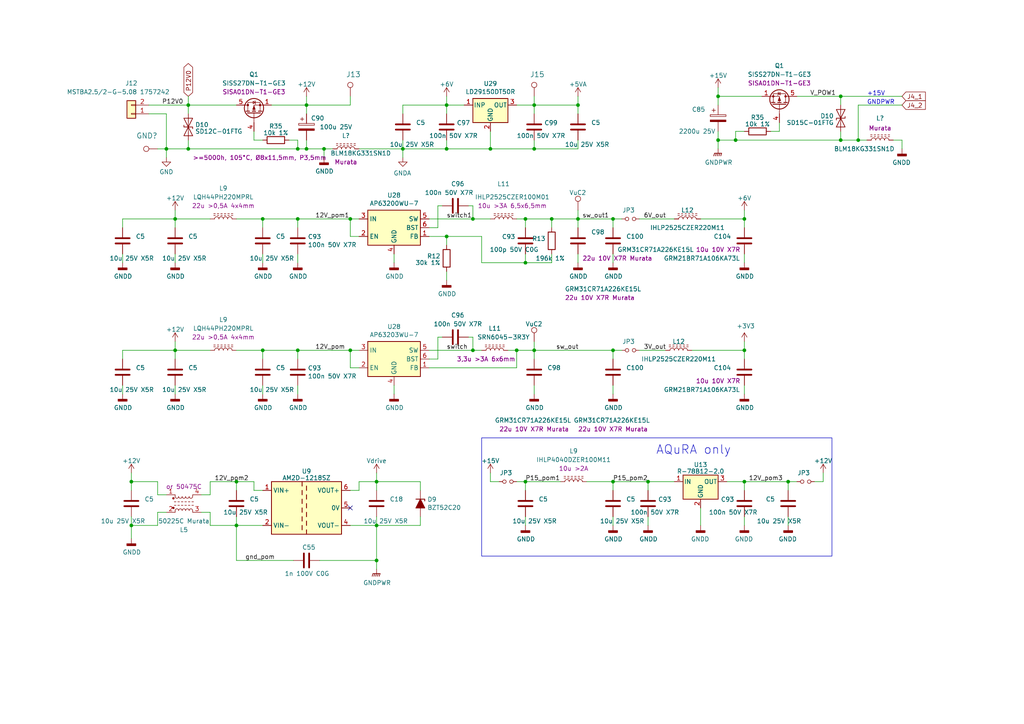
<source format=kicad_sch>
(kicad_sch (version 20230121) (generator eeschema)
  (paper "A4")
  (title_block (title "Compensation coils driver 3x3A for Kasli system") (date "2023-11-17") (rev "3_Artiq") (company "Nicolaus Copernicus University in Toruń") (comment 1 "KL FAMO") (comment 3 "designed by Adam Ledziński"))
  (lib_symbols
    (symbol "Connector:TestPoint" (pin_numbers hide) (pin_names (offset 0.762) hide)
      (property "Reference" "TP" (at 0 6.858 0))
      (property "Value" "TestPoint" (at 0 5.08 0))
      (symbol "TestPoint_1_1"
        (pin passive line (at 0 0 90) (length 2.54) (name "1") (number "1"))
      )
    )
    (symbol "Connector_Generic:Conn_01x02" (pin_names (offset 1.016) hide)
      (property "Reference" "J" (at 0 2.54 0))
      (property "Value" "Conn_01x02" (at 0 -5.08 0))
      (symbol "Conn_01x02_1_1"
        (pin passive line (at -5.08 0 0) (length 3.81) (name "Pin_1") (number "1"))
        (pin passive line (at -5.08 -2.54 0) (length 3.81) (name "Pin_2") (number "2"))
      )
    )
    (symbol "Device:C" (pin_numbers hide) (pin_names (offset 0.254))
      (property "Reference" "C" (at 0.635 2.54 0))
      (property "Value" "C" (at 0.635 -2.54 0))
      (symbol "C_1_1"
        (pin passive line (at 0 3.81 270) (length 2.794) (name "~") (number "1"))
        (pin passive line (at 0 -3.81 90) (length 2.794) (name "~") (number "2"))
      )
    )
    (symbol "Device:R" (pin_numbers hide) (pin_names (offset 0))
      (property "Reference" "R" (at 2.032 0 90))
      (property "Value" "R" (at 0 0 90))
      (symbol "R_1_1"
        (pin passive line (at 0 3.81 270) (length 1.27) (name "~") (number "1"))
        (pin passive line (at 0 -3.81 90) (length 1.27) (name "~") (number "2"))
      )
    )
    (symbol "Diode:SD12_SOD323" (pin_numbers hide) (pin_names (offset 1.016) hide)
      (property "Reference" "D" (at 0 2.54 0))
      (property "Value" "SD12_SOD323" (at 0 -2.54 0))
      (symbol "SD12_SOD323_1_1"
        (pin passive line (at -3.81 0 0) (length 2.54) (name "A1") (number "1"))
        (pin passive line (at 3.81 0 180) (length 2.54) (name "A2") (number "2"))
      )
    )
    (symbol "Regulator_Switching:AP63200WU"
      (property "Reference" "U" (at -7.62 6.35 0))
      (property "Value" "AP63200WU" (at 2.54 6.35 0))
      (symbol "AP63200WU_1_1"
        (pin input line (at 10.16 -2.54 180) (length 2.54) (name "FB") (number "1"))
        (pin input line (at -10.16 -2.54 0) (length 2.54) (name "EN") (number "2"))
        (pin power_in line (at -10.16 2.54 0) (length 2.54) (name "IN") (number "3"))
        (pin power_in line (at 0 -7.62 90) (length 2.54) (name "GND") (number "4"))
        (pin output line (at 10.16 2.54 180) (length 2.54) (name "SW") (number "5"))
        (pin passive line (at 10.16 0 180) (length 2.54) (name "BST") (number "6"))
      )
    )
    (symbol "Regulator_Switching:AP63205WU"
      (property "Reference" "U" (at -7.62 6.35 0))
      (property "Value" "AP63205WU" (at 2.54 6.35 0))
      (symbol "AP63205WU_1_1"
        (pin input line (at 10.16 -2.54 180) (length 2.54) (name "FB") (number "1"))
        (pin input line (at -10.16 -2.54 0) (length 2.54) (name "EN") (number "2"))
        (pin power_in line (at -10.16 2.54 0) (length 2.54) (name "IN") (number "3"))
        (pin power_in line (at 0 -7.62 90) (length 2.54) (name "GND") (number "4"))
        (pin output line (at 10.16 2.54 180) (length 2.54) (name "SW") (number "5"))
        (pin passive line (at 10.16 0 180) (length 2.54) (name "BST") (number "6"))
      )
    )
    (symbol "Regulator_Switching:NMA0505SC"
      (property "Reference" "U" (at -10.16 8.89 0))
      (property "Value" "NMA0505SC" (at 0 8.89 0))
      (symbol "NMA0505SC_1_1"
        (pin power_in line (at -12.7 5.08 0) (length 2.54) (name "VIN+") (number "1"))
        (pin power_in line (at -12.7 -5.08 0) (length 2.54) (name "VIN-") (number "2"))
        (pin power_out line (at 12.7 -5.08 180) (length 2.54) (name "VOUT-") (number "4"))
        (pin power_out line (at 12.7 0 180) (length 2.54) (name "0V") (number "5"))
        (pin power_out line (at 12.7 5.08 180) (length 2.54) (name "VOUT+") (number "6"))
      )
    )
    (symbol "Regulator_Switching:R-78B12-2.0" (pin_names (offset 0.254))
      (property "Reference" "U" (at -3.81 3.175 0))
      (property "Value" "R-78B12-2.0" (at 0 3.175 0))
      (symbol "R-78B12-2.0_1_1"
        (pin power_in line (at -7.62 0 0) (length 2.54) (name "IN") (number "1"))
        (pin power_in line (at 0 -7.62 90) (length 2.54) (name "GND") (number "2"))
        (pin power_out line (at 7.62 0 180) (length 2.54) (name "OUT") (number "3"))
      )
    )
    (symbol "Transistor_FET:DMP3013SFV" (pin_names hide)
      (property "Reference" "Q" (at 5.08 1.905 0))
      (property "Value" "DMP3013SFV" (at 5.08 0 0))
      (symbol "DMP3013SFV_1_1"
        (pin passive line (at 2.54 -5.08 90) (length 2.54) (name "S") (number "1"))
        (pin passive line (at 2.54 -5.08 90) (length 2.54) hide (name "S") (number "2"))
        (pin passive line (at 2.54 -5.08 90) (length 2.54) hide (name "S") (number "3"))
        (pin passive line (at -5.08 0 0) (length 2.54) (name "G") (number "4"))
        (pin passive line (at 2.54 5.08 270) (length 2.54) (name "D") (number "5"))
      )
    )
    (symbol "c100AvA-rescue:CP-Device" (pin_numbers hide) (pin_names (offset 0.254))
      (property "Reference" "C" (at 0.635 2.54 0))
      (property "Value" "Device_CP" (at 0.635 -2.54 0))
      (symbol "CP-Device_1_1"
        (pin passive line (at 0 3.81 270) (length 2.794) (name "~") (number "1"))
        (pin passive line (at 0 -3.81 90) (length 2.794) (name "~") (number "2"))
      )
    )
    (symbol "c100AvA-rescue:L_Core_Ferrite-Device" (pin_numbers hide) (pin_names (offset 1.016) hide)
      (property "Reference" "L" (at -1.27 0 90))
      (property "Value" "Device_L_Core_Ferrite" (at 2.794 0 90))
      (symbol "L_Core_Ferrite-Device_1_1"
        (pin passive line (at 0 3.81 270) (length 1.27) (name "1") (number "1"))
        (pin passive line (at 0 -3.81 90) (length 1.27) (name "2") (number "2"))
      )
    )
    (symbol "c100AvA-rescue:L_Core_Ferrite_Coupled_1423-Device" (pin_names (offset 0.254) hide)
      (property "Reference" "L" (at 0 4.445 0))
      (property "Value" "Device_L_Core_Ferrite_Coupled_1423" (at 0 -4.445 0))
      (symbol "L_Core_Ferrite_Coupled_1423-Device_1_1"
        (pin passive line (at -5.08 2.54 0) (length 2.54) (name "1") (number "1"))
        (pin passive line (at -5.08 -2.54 0) (length 2.54) (name "2") (number "2"))
        (pin passive line (at 5.08 -2.54 180) (length 2.54) (name "3") (number "3"))
        (pin passive line (at 5.08 2.54 180) (length 2.54) (name "4") (number "4"))
      )
    )
    (symbol "c3Av2_A-rescue:CP-Device" (pin_numbers hide) (pin_names (offset 0.254))
      (property "Reference" "C" (at 0.635 2.54 0))
      (property "Value" "Device_CP" (at 0.635 -2.54 0))
      (symbol "CP-Device_1_1"
        (pin passive line (at 0 3.81 270) (length 2.794) (name "~") (number "1"))
        (pin passive line (at 0 -3.81 90) (length 2.794) (name "~") (number "2"))
      )
    )
    (symbol "c3Av2_A-rescue:D_Zener_ALT-Device" (pin_numbers hide) (pin_names (offset 1.016) hide)
      (property "Reference" "D" (at 0 2.54 0))
      (property "Value" "Device_D_Zener_ALT" (at 0 -2.54 0))
      (symbol "D_Zener_ALT-Device_1_1"
        (pin passive line (at -3.81 0 0) (length 2.54) (name "K") (number "1"))
        (pin passive line (at 3.81 0 180) (length 2.54) (name "A") (number "2"))
      )
    )
    (symbol "current100A-rescue:L7805-Regulator_Linear" (pin_names (offset 0.254))
      (property "Reference" "U" (at -3.81 3.175 0))
      (property "Value" "L7805-Regulator_Linear" (at 0 3.175 0))
      (symbol "L7805-Regulator_Linear_1_1"
        (pin power_in line (at -7.62 0 0) (length 2.54) (name "INP") (number "1"))
        (pin power_in line (at 0 -7.62 90) (length 2.54) (name "GND") (number "2"))
        (pin power_out line (at 7.62 0 180) (length 2.54) (name "OUT") (number "3"))
      )
    )
    (symbol "power:+12V" (power) (pin_names (offset 0))
      (property "Value" "+12V" (at 0 3.556 0))
      (symbol "+12V_1_1"
        (pin power_in line (at 0 0 90) (length 0) hide (name "+12V") (number "1"))
      )
    )
    (symbol "power:+15V" (power) (pin_names (offset 0))
      (property "Value" "+15V" (at 0 3.556 0))
      (symbol "+15V_1_1"
        (pin power_in line (at 0 0 90) (length 0) hide (name "+15V") (number "1"))
      )
    )
    (symbol "power:+3V3" (power) (pin_names (offset 0))
      (property "Value" "+3V3" (at 0 3.556 0))
      (symbol "+3V3_1_1"
        (pin power_in line (at 0 0 90) (length 0) hide (name "+3V3") (number "1"))
      )
    )
    (symbol "power:+5VA" (power) (pin_names (offset 0))
      (property "Value" "+5VA" (at 0 3.556 0))
      (symbol "+5VA_1_1"
        (pin power_in line (at 0 0 90) (length 0) hide (name "+5VA") (number "1"))
      )
    )
    (symbol "power:+6V" (power) (pin_names (offset 0))
      (property "Value" "+6V" (at 0 3.556 0))
      (symbol "+6V_1_1"
        (pin power_in line (at 0 0 90) (length 0) hide (name "+6V") (number "1"))
      )
    )
    (symbol "power:GND" (power) (pin_names (offset 0))
      (property "Value" "GND" (at 0 -3.81 0))
      (symbol "GND_1_1"
        (pin power_in line (at 0 0 270) (length 0) hide (name "GND") (number "1"))
      )
    )
    (symbol "power:GNDA" (power) (pin_names (offset 0))
      (property "Value" "GNDA" (at 0 -3.81 0))
      (symbol "GNDA_1_1"
        (pin power_in line (at 0 0 270) (length 0) hide (name "GNDA") (number "1"))
      )
    )
    (symbol "power:GNDD" (power) (pin_names (offset 0))
      (property "Value" "GNDD" (at 0 -3.175 0))
      (symbol "GNDD_1_1"
        (pin power_in line (at 0 0 270) (length 0) hide (name "GNDD") (number "1"))
      )
    )
    (symbol "power:GNDPWR" (power) (pin_names (offset 0))
      (property "Value" "GNDPWR" (at 0 -3.302 0))
      (symbol "GNDPWR_1_1"
        (pin power_in line (at 0 0 270) (length 0) hide (name "GNDPWR") (number "1"))
      )
    )
    (symbol "power:Vdrive" (power) (pin_names (offset 0))
      (property "Value" "Vdrive" (at 0 3.81 0))
      (symbol "Vdrive_1_1"
        (pin power_in line (at 0 0 90) (length 0) hide (name "Vdrive") (number "1"))
      )
    )
    (symbol "powersc7-rescue:Jumper_NO_Small-Device" (pin_numbers hide) (pin_names (offset 0.762) hide)
      (property "Reference" "JP" (at 0 2.032 0))
      (property "Value" "Device_Jumper_NO_Small" (at 0.254 -1.524 0))
      (symbol "Jumper_NO_Small-Device_0_1"
        (pin passive line (at -2.54 0 0) (length 1.016) (name "1") (number "1"))
        (pin passive line (at 2.54 0 180) (length 1.016) (name "2") (number "2"))
      )
    )
    (symbol "powersc7-rescue:L_Core_Ferrite-Device" (pin_numbers hide) (pin_names (offset 1.016) hide)
      (property "Reference" "L" (at -1.27 0 90))
      (property "Value" "Device_L_Core_Ferrite" (at 2.794 0 90))
      (symbol "L_Core_Ferrite-Device_1_1"
        (pin passive line (at 0 3.81 270) (length 1.27) (name "1") (number "1"))
        (pin passive line (at 0 -3.81 90) (length 1.27) (name "2") (number "2"))
      )
    )
  )
  (junction (at 152.4 63.5))
  (junction (at 76.2 101.6))
  (junction (at 129.54 68.58))
  (junction (at 54.61 30.48))
  (junction (at 116.84 43.18))
  (junction (at 208.28 27.94))
  (junction (at 177.8 101.6))
  (junction (at 109.22 162.56))
  (junction (at 208.28 40.64))
  (junction (at 68.58 152.4))
  (junction (at 149.86 101.6))
  (junction (at 88.9 43.18))
  (junction (at 129.54 43.18))
  (junction (at 86.36 101.6))
  (junction (at 160.02 63.5))
  (junction (at 38.1 152.4))
  (junction (at 50.8 101.6))
  (junction (at 101.6 101.6))
  (junction (at 248.92 40.64))
  (junction (at 137.16 63.5))
  (junction (at 109.22 152.4))
  (junction (at 38.1 139.7))
  (junction (at 76.2 63.5))
  (junction (at 93.98 43.18))
  (junction (at 177.8 139.7))
  (junction (at 154.94 43.18))
  (junction (at 167.64 63.5))
  (junction (at 177.8 63.5))
  (junction (at 154.94 101.6))
  (junction (at 215.9 139.7))
  (junction (at 109.22 139.7))
  (junction (at 137.16 101.6))
  (junction (at 86.36 43.18))
  (junction (at 187.96 139.7))
  (junction (at 243.84 40.64))
  (junction (at 167.64 30.48))
  (junction (at 68.58 139.7))
  (junction (at 101.6 63.5))
  (junction (at 86.36 63.5))
  (junction (at 48.26 43.18))
  (junction (at 215.9 63.5))
  (junction (at 50.8 63.5))
  (junction (at 213.36 40.64))
  (junction (at 88.9 30.48))
  (junction (at 154.94 30.48))
  (junction (at 215.9 101.6))
  (junction (at 243.84 27.94))
  (junction (at 54.61 43.18))
  (junction (at 152.4 76.2))
  (junction (at 129.54 30.48))
  (junction (at 152.4 139.7))
  (junction (at 228.6 139.7))
  (junction (at 142.24 43.18))
  (no_connect (at 101.6 147.32))
  (wire (pts (xy 68.58 162.56) (xy 85.09 162.56)))
  (wire (pts (xy 129.54 30.48) (xy 129.54 33.02)))
  (wire (pts (xy 139.7 76.2) (xy 152.4 76.2)))
  (wire (pts (xy 261.62 40.64) (xy 261.62 43.18)))
  (wire (pts (xy 180.34 101.6) (xy 177.8 101.6)))
  (wire (pts (xy 167.64 43.18) (xy 154.94 43.18)))
  (wire (pts (xy 86.36 66.04) (xy 86.36 63.5)))
  (wire (pts (xy 38.1 152.4) (xy 38.1 156.21)))
  (wire (pts (xy 160.02 63.5) (xy 160.02 66.04)))
  (wire (pts (xy 54.61 30.48) (xy 54.61 33.02)))
  (wire (pts (xy 60.96 148.59) (xy 58.42 148.59)))
  (wire (pts (xy 101.6 63.5) (xy 104.14 63.5)))
  (wire (pts (xy 139.7 101.6) (xy 137.16 101.6)))
  (wire (pts (xy 149.86 106.68) (xy 149.86 101.6)))
  (wire (pts (xy 76.2 66.04) (xy 76.2 63.5)))
  (wire (pts (xy 73.66 139.7) (xy 68.58 139.7)))
  (wire (pts (xy 60.96 143.51) (xy 60.96 139.7)))
  (wire (pts (xy 54.61 43.18) (xy 48.26 43.18)))
  (wire (pts (xy 167.64 73.66) (xy 167.64 76.2)))
  (wire (pts (xy 121.92 152.4) (xy 109.22 152.4)))
  (wire (pts (xy 167.64 33.02) (xy 167.64 30.48)))
  (wire (pts (xy 109.22 139.7) (xy 109.22 142.24)))
  (wire (pts (xy 149.86 139.7) (xy 152.4 139.7)))
  (wire (pts (xy 185.42 101.6) (xy 193.04 101.6)))
  (wire (pts (xy 128.27 97.79) (xy 127 97.79)))
  (wire (pts (xy 114.3 114.3) (xy 114.3 111.76)))
  (wire (pts (xy 187.96 152.4) (xy 187.96 149.86)))
  (wire (pts (xy 154.94 101.6) (xy 154.94 104.14)))
  (wire (pts (xy 248.92 30.48) (xy 261.62 30.48)))
  (wire (pts (xy 35.56 114.3) (xy 35.56 111.76)))
  (wire (pts (xy 215.9 60.96) (xy 215.9 63.5)))
  (wire (pts (xy 121.92 142.24) (xy 121.92 139.7)))
  (wire (pts (xy 86.36 104.14) (xy 86.36 101.6)))
  (wire (pts (xy 104.14 139.7) (xy 109.22 139.7)))
  (wire (pts (xy 124.46 63.5) (xy 137.16 63.5)))
  (wire (pts (xy 54.61 43.18) (xy 86.36 43.18)))
  (wire (pts (xy 177.8 139.7) (xy 187.96 139.7)))
  (wire (pts (xy 208.28 30.48) (xy 208.28 27.94)))
  (wire (pts (xy 228.6 142.24) (xy 228.6 139.7)))
  (wire (pts (xy 210.82 139.7) (xy 215.9 139.7)))
  (wire (pts (xy 215.9 101.6) (xy 215.9 99.06)))
  (wire (pts (xy 54.61 43.18) (xy 54.61 40.64)))
  (wire (pts (xy 50.8 101.6) (xy 35.56 101.6)))
  (wire (pts (xy 101.6 101.6) (xy 104.14 101.6)))
  (wire (pts (xy 45.72 143.51) (xy 48.26 143.51)))
  (wire (pts (xy 152.4 152.4) (xy 152.4 149.86)))
  (wire (pts (xy 167.64 40.64) (xy 167.64 43.18)))
  (wire (pts (xy 180.34 63.5) (xy 177.8 63.5)))
  (wire (pts (xy 170.18 139.7) (xy 177.8 139.7)))
  (wire (pts (xy 88.9 27.94) (xy 88.9 30.48)))
  (wire (pts (xy 76.2 142.24) (xy 73.66 142.24)))
  (wire (pts (xy 154.94 30.48) (xy 154.94 33.02)))
  (wire (pts (xy 109.22 137.16) (xy 109.22 139.7)))
  (wire (pts (xy 200.66 101.6) (xy 215.9 101.6)))
  (wire (pts (xy 149.86 63.5) (xy 152.4 63.5)))
  (wire (pts (xy 116.84 45.72) (xy 116.84 43.18)))
  (wire (pts (xy 86.36 114.3) (xy 86.36 111.76)))
  (wire (pts (xy 101.6 106.68) (xy 101.6 101.6)))
  (wire (pts (xy 48.26 33.02) (xy 48.26 43.18)))
  (wire (pts (xy 243.84 27.94) (xy 261.62 27.94)))
  (wire (pts (xy 137.16 59.69) (xy 135.89 59.69)))
  (wire (pts (xy 129.54 78.74) (xy 129.54 81.28)))
  (wire (pts (xy 73.66 38.1) (xy 73.66 40.64)))
  (wire (pts (xy 50.8 101.6) (xy 60.96 101.6)))
  (wire (pts (xy 142.24 43.18) (xy 142.24 38.1)))
  (wire (pts (xy 45.72 148.59) (xy 45.72 152.4)))
  (wire (pts (xy 38.1 149.86) (xy 38.1 152.4)))
  (wire (pts (xy 86.36 40.64) (xy 86.36 43.18)))
  (wire (pts (xy 109.22 162.56) (xy 109.22 152.4)))
  (wire (pts (xy 228.6 139.7) (xy 231.14 139.7)))
  (wire (pts (xy 50.8 114.3) (xy 50.8 111.76)))
  (wire (pts (xy 50.8 60.96) (xy 50.8 63.5)))
  (wire (pts (xy 124.46 106.68) (xy 149.86 106.68)))
  (wire (pts (xy 215.9 114.3) (xy 215.9 111.76)))
  (wire (pts (xy 50.8 63.5) (xy 60.96 63.5)))
  (wire (pts (xy 215.9 149.86) (xy 215.9 152.4)))
  (wire (pts (xy 50.8 99.06) (xy 50.8 101.6)))
  (wire (pts (xy 129.54 68.58) (xy 139.7 68.58)))
  (wire (pts (xy 228.6 149.86) (xy 228.6 152.4)))
  (wire (pts (xy 160.02 63.5) (xy 167.64 63.5)))
  (wire (pts (xy 129.54 40.64) (xy 129.54 43.18)))
  (wire (pts (xy 177.8 142.24) (xy 177.8 139.7)))
  (wire (pts (xy 92.71 162.56) (xy 109.22 162.56)))
  (wire (pts (xy 177.8 114.3) (xy 177.8 111.76)))
  (wire (pts (xy 137.16 97.79) (xy 135.89 97.79)))
  (wire (pts (xy 208.28 40.64) (xy 208.28 43.18)))
  (wire (pts (xy 208.28 38.1) (xy 208.28 40.64)))
  (wire (pts (xy 154.94 99.06) (xy 154.94 101.6)))
  (wire (pts (xy 73.66 40.64) (xy 76.2 40.64)))
  (wire (pts (xy 104.14 142.24) (xy 101.6 142.24)))
  (wire (pts (xy 104.14 106.68) (xy 101.6 106.68)))
  (wire (pts (xy 76.2 104.14) (xy 76.2 101.6)))
  (wire (pts (xy 96.52 43.18) (xy 93.98 43.18)))
  (wire (pts (xy 86.36 76.2) (xy 86.36 73.66)))
  (wire (pts (xy 101.6 152.4) (xy 109.22 152.4)))
  (wire (pts (xy 45.72 139.7) (xy 45.72 143.51)))
  (wire (pts (xy 48.26 148.59) (xy 45.72 148.59)))
  (wire (pts (xy 127 97.79) (xy 127 104.14)))
  (wire (pts (xy 124.46 68.58) (xy 129.54 68.58)))
  (wire (pts (xy 109.22 162.56) (xy 109.22 165.1)))
  (wire (pts (xy 167.64 60.96) (xy 167.64 63.5)))
  (wire (pts (xy 259.08 40.64) (xy 261.62 40.64)))
  (wire (pts (xy 86.36 101.6) (xy 101.6 101.6)))
  (wire (pts (xy 139.7 68.58) (xy 139.7 76.2)))
  (wire (pts (xy 142.24 63.5) (xy 137.16 63.5)))
  (wire (pts (xy 68.58 152.4) (xy 68.58 149.86)))
  (wire (pts (xy 177.8 63.5) (xy 177.8 66.04)))
  (wire (pts (xy 215.9 76.2) (xy 215.9 73.66)))
  (wire (pts (xy 38.1 139.7) (xy 38.1 142.24)))
  (wire (pts (xy 68.58 152.4) (xy 76.2 152.4)))
  (wire (pts (xy 152.4 76.2) (xy 160.02 76.2)))
  (wire (pts (xy 48.26 45.72) (xy 48.26 43.18)))
  (wire (pts (xy 243.84 40.64) (xy 248.92 40.64)))
  (wire (pts (xy 45.72 43.18) (xy 48.26 43.18)))
  (wire (pts (xy 116.84 33.02) (xy 116.84 30.48)))
  (wire (pts (xy 128.27 59.69) (xy 127 59.69)))
  (wire (pts (xy 54.61 30.48) (xy 68.58 30.48)))
  (wire (pts (xy 109.22 152.4) (xy 109.22 149.86)))
  (wire (pts (xy 154.94 40.64) (xy 154.94 43.18)))
  (wire (pts (xy 177.8 101.6) (xy 177.8 104.14)))
  (wire (pts (xy 177.8 63.5) (xy 167.64 63.5)))
  (wire (pts (xy 137.16 97.79) (xy 137.16 101.6)))
  (wire (pts (xy 187.96 142.24) (xy 187.96 139.7)))
  (wire (pts (xy 185.42 63.5) (xy 195.58 63.5)))
  (wire (pts (xy 50.8 101.6) (xy 50.8 104.14)))
  (wire (pts (xy 76.2 76.2) (xy 76.2 73.66)))
  (wire (pts (xy 78.74 30.48) (xy 88.9 30.48)))
  (wire (pts (xy 238.76 137.16) (xy 238.76 139.7)))
  (wire (pts (xy 129.54 30.48) (xy 134.62 30.48)))
  (wire (pts (xy 45.72 152.4) (xy 38.1 152.4)))
  (wire (pts (xy 104.14 68.58) (xy 101.6 68.58)))
  (wire (pts (xy 58.42 143.51) (xy 60.96 143.51)))
  (wire (pts (xy 203.2 63.5) (xy 215.9 63.5)))
  (wire (pts (xy 215.9 142.24) (xy 215.9 139.7)))
  (wire (pts (xy 114.3 76.2) (xy 114.3 73.66)))
  (wire (pts (xy 86.36 63.5) (xy 101.6 63.5)))
  (wire (pts (xy 88.9 43.18) (xy 93.98 43.18)))
  (wire (pts (xy 48.26 33.02) (xy 43.18 33.02)))
  (wire (pts (xy 104.14 139.7) (xy 104.14 142.24)))
  (wire (pts (xy 154.94 43.18) (xy 142.24 43.18)))
  (wire (pts (xy 226.06 38.1) (xy 223.52 38.1)))
  (wire (pts (xy 60.96 152.4) (xy 60.96 148.59)))
  (wire (pts (xy 68.58 152.4) (xy 68.58 162.56)))
  (wire (pts (xy 248.92 40.64) (xy 251.46 40.64)))
  (wire (pts (xy 167.64 63.5) (xy 167.64 66.04)))
  (wire (pts (xy 177.8 76.2) (xy 177.8 73.66)))
  (wire (pts (xy 88.9 30.48) (xy 101.6 30.48)))
  (wire (pts (xy 215.9 139.7) (xy 228.6 139.7)))
  (wire (pts (xy 152.4 139.7) (xy 152.4 142.24)))
  (wire (pts (xy 76.2 101.6) (xy 86.36 101.6)))
  (wire (pts (xy 152.4 63.5) (xy 160.02 63.5)))
  (wire (pts (xy 73.66 142.24) (xy 73.66 139.7)))
  (wire (pts (xy 68.58 101.6) (xy 76.2 101.6)))
  (wire (pts (xy 149.86 30.48) (xy 154.94 30.48)))
  (wire (pts (xy 76.2 114.3) (xy 76.2 111.76)))
  (wire (pts (xy 116.84 30.48) (xy 129.54 30.48)))
  (wire (pts (xy 215.9 101.6) (xy 215.9 104.14)))
  (wire (pts (xy 167.64 30.48) (xy 154.94 30.48)))
  (wire (pts (xy 137.16 59.69) (xy 137.16 63.5)))
  (wire (pts (xy 215.9 63.5) (xy 215.9 66.04)))
  (wire (pts (xy 88.9 43.18) (xy 86.36 43.18)))
  (wire (pts (xy 213.36 40.64) (xy 243.84 40.64)))
  (wire (pts (xy 213.36 38.1) (xy 213.36 40.64)))
  (wire (pts (xy 50.8 76.2) (xy 50.8 73.66)))
  (wire (pts (xy 167.64 27.94) (xy 167.64 30.48)))
  (wire (pts (xy 154.94 27.94) (xy 154.94 30.48)))
  (wire (pts (xy 215.9 38.1) (xy 213.36 38.1)))
  (wire (pts (xy 38.1 139.7) (xy 45.72 139.7)))
  (wire (pts (xy 104.14 43.18) (xy 116.84 43.18)))
  (wire (pts (xy 154.94 111.76) (xy 154.94 114.3)))
  (wire (pts (xy 208.28 25.4) (xy 208.28 27.94)))
  (wire (pts (xy 177.8 152.4) (xy 177.8 149.86)))
  (wire (pts (xy 127 104.14) (xy 124.46 104.14)))
  (wire (pts (xy 208.28 40.64) (xy 213.36 40.64)))
  (wire (pts (xy 101.6 30.48) (xy 101.6 27.94)))
  (wire (pts (xy 243.84 40.64) (xy 243.84 38.1)))
  (wire (pts (xy 121.92 139.7) (xy 109.22 139.7)))
  (wire (pts (xy 127 59.69) (xy 127 66.04)))
  (wire (pts (xy 68.58 139.7) (xy 68.58 142.24)))
  (wire (pts (xy 152.4 73.66) (xy 152.4 76.2)))
  (wire (pts (xy 124.46 101.6) (xy 137.16 101.6)))
  (wire (pts (xy 243.84 27.94) (xy 243.84 30.48)))
  (wire (pts (xy 154.94 101.6) (xy 149.86 101.6)))
  (wire (pts (xy 160.02 73.66) (xy 160.02 76.2)))
  (wire (pts (xy 142.24 139.7) (xy 144.78 139.7)))
  (wire (pts (xy 60.96 139.7) (xy 68.58 139.7)))
  (wire (pts (xy 35.56 101.6) (xy 35.56 104.14)))
  (wire (pts (xy 38.1 137.16) (xy 38.1 139.7)))
  (wire (pts (xy 152.4 63.5) (xy 152.4 66.04)))
  (wire (pts (xy 88.9 33.02) (xy 88.9 30.48)))
  (wire (pts (xy 149.86 101.6) (xy 147.32 101.6)))
  (wire (pts (xy 54.61 27.94) (xy 54.61 30.48)))
  (wire (pts (xy 116.84 43.18) (xy 129.54 43.18)))
  (wire (pts (xy 35.56 76.2) (xy 35.56 73.66)))
  (wire (pts (xy 50.8 63.5) (xy 50.8 66.04)))
  (wire (pts (xy 129.54 68.58) (xy 129.54 71.12)))
  (wire (pts (xy 127 66.04) (xy 124.46 66.04)))
  (wire (pts (xy 129.54 27.94) (xy 129.54 30.48)))
  (wire (pts (xy 116.84 43.18) (xy 116.84 40.64)))
  (wire (pts (xy 142.24 137.16) (xy 142.24 139.7)))
  (wire (pts (xy 236.22 139.7) (xy 238.76 139.7)))
  (wire (pts (xy 50.8 63.5) (xy 35.56 63.5)))
  (wire (pts (xy 101.6 68.58) (xy 101.6 63.5)))
  (wire (pts (xy 43.18 30.48) (xy 54.61 30.48)))
  (wire (pts (xy 187.96 139.7) (xy 195.58 139.7)))
  (wire (pts (xy 83.82 40.64) (xy 86.36 40.64)))
  (wire (pts (xy 68.58 152.4) (xy 60.96 152.4)))
  (wire (pts (xy 248.92 30.48) (xy 248.92 40.64)))
  (wire (pts (xy 152.4 139.7) (xy 162.56 139.7)))
  (wire (pts (xy 243.84 27.94) (xy 231.14 27.94)))
  (wire (pts (xy 76.2 63.5) (xy 86.36 63.5)))
  (wire (pts (xy 203.2 147.32) (xy 203.2 152.4)))
  (wire (pts (xy 88.9 40.64) (xy 88.9 43.18)))
  (wire (pts (xy 129.54 43.18) (xy 142.24 43.18)))
  (wire (pts (xy 121.92 149.86) (xy 121.92 152.4)))
  (wire (pts (xy 35.56 63.5) (xy 35.56 66.04)))
  (wire (pts (xy 93.98 43.18) (xy 93.98 45.72)))
  (wire (pts (xy 208.28 27.94) (xy 220.98 27.94)))
  (wire (pts (xy 226.06 35.56) (xy 226.06 38.1)))
  (wire (pts (xy 177.8 101.6) (xy 154.94 101.6)))
  (wire (pts (xy 68.58 63.5) (xy 76.2 63.5)))
  (rectangle (start 139.7 127) (end 241.3 161.29))
  (text "+15V" (at 251.46 27.94 0) (effects (font (size 1.27 1.27)) (justify left bottom)))
  (text "GNDPWR" (at 251.46 30.48 0) (effects (font (size 1.27 1.27)) (justify left bottom)))
  (text "AQuRA only" (at 212.09 132.08 0) (effects (font (size 2.54 2.54)) (justify right bottom)))
  (label "12V_pom" (at 91.44 101.6 0))
  (label "12V_pom3" (at 217.17 139.7 0))
  (label "3V_out" (at 186.69 101.6 0))
  (label "P15_pom2" (at 177.8 139.7 0))
  (label "sw_out" (at 161.29 101.6 0))
  (label "12V_pom1" (at 91.44 63.5 0))
  (label "gnd_pom" (at 71.12 162.56 0))
  (label "sw_out1" (at 168.91 63.5 0))
  (label "V_POW1" (at 234.95 27.94 0))
  (label "switch" (at 129.54 101.6 0))
  (label "P12V0" (at 46.99 30.48 0))
  (label "switch1" (at 129.54 63.5 0))
  (label "6V_out" (at 186.69 63.5 0))
  (label "12V_pom2" (at 62.23 139.7 0))
  (label "P15_pom1" (at 152.4 139.7 0))
  (global_label "J4_2" (shape input) (at 261.62 30.48 0) (property "Intersheetrefs" "${INTERSHEET_REFS}" (effects hide)))
  (global_label "J4_1" (shape input) (at 261.62 27.94 0) (property "Intersheetrefs" "${INTERSHEET_REFS}" (effects hide)))
  (global_label "P12V0" (shape bidirectional) (at 54.61 27.94 90) (property "Intersheetrefs" "${INTERSHEET_REFS}" (effects hide)))
  (symbol (lib_id "Connector_Generic:Conn_01x02") (at 38.1 33.02 180) (unit 1)
    (property "Reference" "J12" (at 38.1 24.13 0))
    (property "Value" "MSTBA2.5/2-G-5.08 1757242" (at 34.29 26.67 0))
    (property "Footprint" "Connector_Phoenix_MSTB:PhoenixContact_MSTBA_2,5_2-G-5,08_1x02_P5.08mm_Horizontal" (effects hide))
    (instances (project "c100AvA" (path "" (reference "J12") (unit 1))) (project "current3x3A_Artiq" (path "" (reference "J3") (unit 1))))
  )
  (symbol (lib_id "power:GNDA") (at 116.84 45.72 0) (mirror y) (unit 1)
    (property "Reference" "#PWR?" (effects hide))
    (property "Value" "GNDA" (at 116.713 50.2158 0))
    (instances (project "c100AvA" (path "" (reference "#PWR?") (unit 1)) (path "" (reference "#PWR0143") (unit 1))) (project "current3x3A_Artiq" (path "" (reference "#PWR079") (unit 1))))
  )
  (symbol (lib_id "power:GNDD") (at 93.98 45.72 0) (unit 1)
    (property "Reference" "#PWR0141" (effects hide))
    (property "Value" "GNDD" (at 94.107 49.6824 0))
    (instances (project "c100AvA" (path "" (reference "#PWR0141") (unit 1))) (project "current3x3A_Artiq" (path "" (reference "#PWR074") (unit 1))))
  )
  (symbol (lib_id "c100AvA-rescue:L_Core_Ferrite-Device") (at 100.33 43.18 90) (unit 1)
    (property "Reference" "L?" (at 100.33 39.37 90))
    (property "Value" " BLM18KG331SN1D" (at 104.14 44.45 90))
    (property "Footprint" "Inductor_SMD:L_0603_1608Metric" (effects hide))
    (property "Comm" "Murata" (at 100.33 46.99 90))
    (instances (project "c100AvA" (path "" (reference "L?") (unit 1)) (path "" (reference "L?") (unit 1)) (path "" (reference "L10") (unit 1))) (project "current3x3A_Artiq" (path "" (reference "L6") (unit 1))))
  )
  (symbol (lib_id "Device:C") (at 129.54 36.83 180) (unit 1)
    (property "Reference" "C97" (at 132.461 35.6362 0) (effects (justify right)))
    (property "Value" "100n 50V X7R" (at 124.46 39.37 0) (effects (justify right)))
    (property "Footprint" "Capacitor_SMD:C_0603_1608Metric" (effects hide))
    (instances (project "c100AvA" (path "" (reference "C97") (unit 1)) (path "" (reference "C?") (unit 1))) (project "current3x3A_Artiq" (path "" (reference "C67") (unit 1))))
  )
  (symbol (lib_id "current100A-rescue:L7805-Regulator_Linear") (at 142.24 30.48 0) (unit 1)
    (property "Reference" "U29" (at 142.24 24.257 0))
    (property "Value" "LD29150DT50R" (at 142.24 26.6192 0))
    (property "Footprint" "Package_TO_SOT_SMD:TO-252-2" (effects hide))
    (property "Datasheet" "https://www.st.com/content/ccc/resource/technical/document/datasheet/cc/41/70/73/f5/e6/40/50/CD00003403.pdf/files/CD00003403.pdf/jcr:content/translations/en.CD00003403.pdf" (effects hide))
    (instances (project "c100AvA" (path "" (reference "U29") (unit 1)) (path "" (reference "U?") (unit 1))) (project "current3x3A_Artiq" (path "" (reference "U12") (unit 1))))
  )
  (symbol (lib_id "Device:C") (at 154.94 36.83 180) (unit 1)
    (property "Reference" "C99" (at 157.861 35.6362 0) (effects (justify right)))
    (property "Value" "100n 50V X7R" (at 149.86 39.37 0) (effects (justify right)))
    (property "Footprint" "Capacitor_SMD:C_0603_1608Metric" (effects hide))
    (instances (project "c100AvA" (path "" (reference "C99") (unit 1)) (path "" (reference "C?") (unit 1))) (project "current3x3A_Artiq" (path "" (reference "C72") (unit 1))))
  )
  (symbol (lib_id "Connector:TestPoint") (at 154.94 27.94 0) (unit 1)
    (property "Reference" "J15" (at 153.67 21.59 0) (effects (font (size 1.524 1.524)) (justify left)))
    (property "Value" "TestPoint" (effects hide))
    (property "Footprint" "TestPoint:TestPoint_THTPad_1.5x1.5mm_Drill0.7mm" (effects hide))
    (instances (project "c100AvA" (path "" (reference "J15") (unit 1)) (path "" (reference "J?") (unit 1))) (project "current3x3A_Artiq" (path "" (reference "P5V1") (unit 1))))
  )
  (symbol (lib_id "Connector:TestPoint") (at 101.6 27.94 0) (unit 1)
    (property "Reference" "J13" (at 100.33 21.59 0) (effects (font (size 1.524 1.524)) (justify left)))
    (property "Value" "TestPoint" (effects hide))
    (property "Footprint" "TestPoint:TestPoint_THTPad_1.5x1.5mm_Drill0.7mm" (effects hide))
    (instances (project "c100AvA" (path "" (reference "J13") (unit 1)) (path "" (reference "J?") (unit 1))) (project "current3x3A_Artiq" (path "" (reference "P12V1") (unit 1))))
  )
  (symbol (lib_id "Connector:TestPoint") (at 45.72 43.18 90) (unit 1)
    (property "Reference" "GND?" (at 45.72 39.37 90) (effects (font (size 1.524 1.524)) (justify left)))
    (property "Value" "PAD" (effects hide))
    (property "Footprint" "TestPoint:TestPoint_Bridge_Pitch2.54mm_Drill1.0mm" (effects hide))
    (instances (project "c100AvA" (path "" (reference "GND?") (unit 1)) (path "" (reference "GND1") (unit 1))) (project "current3x3A_Artiq" (path "" (reference "GND1") (unit 1))))
  )
  (symbol (lib_id "power:GNDD") (at 35.56 114.3 0) (unit 1)
    (property "Reference" "#PWR0133" (effects hide))
    (property "Value" "GNDD" (at 35.687 118.2624 0))
    (instances (project "c100AvA" (path "" (reference "#PWR0133") (unit 1)) (path "" (reference "#PWR?") (unit 1))) (project "current3x3A_Artiq" (path "" (reference "#PWR061") (unit 1))))
  )
  (symbol (lib_id "power:GNDD") (at 50.8 114.3 0) (unit 1)
    (property "Reference" "#PWR0135" (effects hide))
    (property "Value" "GNDD" (at 50.927 118.2624 0))
    (instances (project "c100AvA" (path "" (reference "#PWR0135") (unit 1)) (path "" (reference "#PWR?") (unit 1))) (project "current3x3A_Artiq" (path "" (reference "#PWR068") (unit 1))))
  )
  (symbol (lib_id "c100AvA-rescue:CP-Device") (at 88.9 36.83 0) (unit 1)
    (property "Reference" "C90" (at 90.17 34.29 0) (effects (justify left)))
    (property "Value" "100u 25V" (at 92.71 36.83 0) (effects (justify left)))
    (property "Footprint" "Capacitor_THT:CP_Radial_D8.0mm_P3.50mm" (effects hide))
    (property "Comm" ">=5000h, 105°C, Ø8x11,5mm, P3,5mm" (at 55.88 45.72 0) (effects (justify left)))
    (instances (project "c100AvA" (path "" (reference "C90") (unit 1))) (project "current3x3A_Artiq" (path "" (reference "C63") (unit 1))))
  )
  (symbol (lib_id "Device:C") (at 50.8 69.85 0) (mirror y) (unit 1)
    (property "Reference" "C5" (at 54.61 68.58 0) (effects (justify right)))
    (property "Value" "10u 25V X5R" (at 46.99 74.93 0) (effects (justify right)))
    (property "Footprint" "Capacitor_SMD:C_0603_1608Metric" (effects hide))
    (property "Comm" "GRM188R61E106KA73D" (effects hide))
    (instances (project "current3x3A_Artiq" (path "" (reference "C5") (unit 1)) (path "" (reference "C56") (unit 1))) (project "c3Av2_A" (path "" (reference "C17") (unit 1)) (path "" (reference "C?") (unit 1))))
  )
  (symbol (lib_id "power:+12V") (at 38.1 137.16 0) (unit 1)
    (property "Reference" "#PWR062" (effects hide))
    (property "Value" "+12V" (at 38.1 133.6581 0))
  )
  (symbol (lib_id "power:+12V") (at 50.8 60.96 0) (unit 1)
    (property "Reference" "#PWR065" (effects hide))
    (property "Value" "+12V" (at 50.8 57.4581 0))
  )
  (symbol (lib_id "c3Av2_A-rescue:CP-Device") (at 208.28 34.29 0) (unit 1)
    (property "Reference" "C85" (at 200.66 31.75 0) (effects (justify left)))
    (property "Value" "2200u 25V" (at 196.85 38.1 0) (effects (justify left)))
    (property "Footprint" "Capacitor_THT:CP_Radial_D12.5mm_P5.00mm" (effects hide))
    (property "Comm" "5000h Ø12,5 P5,0mm 105°C " (effects hide))
    (instances (project "current3x3A_Artiq" (path "" (reference "C85") (unit 1)) (path "" (reference "C80") (unit 1))) (project "c3Av2_A" (path "" (reference "C4") (unit 1))))
  )
  (symbol (lib_id "power:GNDD") (at 114.3 76.2 0) (unit 1)
    (property "Reference" "#PWR0135" (effects hide))
    (property "Value" "GNDD" (at 114.427 80.1624 0))
    (instances (project "c100AvA" (path "" (reference "#PWR0135") (unit 1)) (path "" (reference "#PWR?") (unit 1))) (project "current3x3A_Artiq" (path "" (reference "#PWR077") (unit 1))))
  )
  (symbol (lib_id "c3Av2_A-rescue:D_Zener_ALT-Device") (at 121.92 146.05 270) (unit 1)
    (property "Reference" "D9" (at 123.952 144.8562 90) (effects (justify left)))
    (property "Value" "BZT52C20" (at 123.952 147.2184 90) (effects (justify left)))
    (property "Footprint" "Diode_SMD:D_SOD-123" (effects hide))
    (instances (project "current3x3A_Artiq" (path "" (reference "D9") (unit 1)) (path "" (reference "D3") (unit 1))) (project "c3Av2_A" (path "" (reference "D5") (unit 1))))
  )
  (symbol (lib_id "power:+15V") (at 142.24 137.16 0) (unit 1)
    (property "Reference" "#PWR082" (effects hide))
    (property "Value" "+15V" (at 142.24 133.6581 0))
  )
  (symbol (lib_id "Regulator_Switching:R-78B12-2.0") (at 203.2 139.7 0) (unit 1)
    (property "Reference" "U13" (at 203.2 134.7851 0))
    (property "Value" "R-78B12-2.0" (at 203.2 136.7061 0))
    (property "Footprint" "Converter_DCDC:Converter_DCDC_RECOM_R-78B-2.0_THT" (effects hide))
    (property "Datasheet" "https://www.recom-power.com/pdf/Innoline/R-78Bxx-2.0.pdf" (effects hide))
  )
  (symbol (lib_id "Connector:TestPoint") (at 154.94 99.06 0) (unit 1)
    (property "Reference" "VuC2" (at 152.4 93.98 0) (effects (justify left)))
    (property "Value" "TestPoint" (effects hide))
    (property "Footprint" "TestPoint:TestPoint_THTPad_1.5x1.5mm_Drill0.7mm" (effects hide))
    (instances (project "c100AvA" (path "" (reference "VuC2") (unit 1))) (project "powersc7" (path "" (reference "VuC1") (unit 1))) (project "current3x3A_Artiq" (path "" (reference "VuC1") (unit 1))))
  )
  (symbol (lib_id "power:GNDD") (at 129.54 81.28 0) (unit 1)
    (property "Reference" "#PWR0135" (effects hide))
    (property "Value" "GNDD" (at 129.667 85.2424 0))
    (instances (project "c100AvA" (path "" (reference "#PWR0135") (unit 1)) (path "" (reference "#PWR?") (unit 1))) (project "current3x3A_Artiq" (path "" (reference "#PWR081") (unit 1))))
  )
  (symbol (lib_id "Device:C") (at 152.4 146.05 0) (mirror y) (unit 1)
    (property "Reference" "C5" (at 156.21 144.78 0) (effects (justify right)))
    (property "Value" "10u 25V X5R" (at 148.59 151.13 0) (effects (justify right)))
    (property "Footprint" "Capacitor_SMD:C_0603_1608Metric" (effects hide))
    (property "Comm" "GRM188R61E106KA73D" (effects hide))
    (instances (project "current3x3A_Artiq" (path "" (reference "C5") (unit 1)) (path "" (reference "C71") (unit 1))) (project "c3Av2_A" (path "" (reference "C17") (unit 1)) (path "" (reference "C?") (unit 1))))
  )
  (symbol (lib_id "power:GNDD") (at 50.8 76.2 0) (unit 1)
    (property "Reference" "#PWR0135" (effects hide))
    (property "Value" "GNDD" (at 50.927 80.1624 0))
    (instances (project "c100AvA" (path "" (reference "#PWR0135") (unit 1)) (path "" (reference "#PWR?") (unit 1))) (project "current3x3A_Artiq" (path "" (reference "#PWR066") (unit 1))))
  )
  (symbol (lib_id "power:GNDPWR") (at 208.28 43.18 0) (unit 1)
    (property "Reference" "#PWR032" (effects hide))
    (property "Value" "GNDPWR" (at 208.4324 47.117 0))
    (instances (project "current3x3A_Artiq" (path "" (reference "#PWR032") (unit 1)) (path "" (reference "#PWR093") (unit 1))) (project "c3Av2_A" (path "" (reference "#PWR?") (unit 1)) (path "" (reference "#PWR037") (unit 1))))
  )
  (symbol (lib_id "Regulator_Switching:AP63205WU") (at 114.3 104.14 0) (unit 1)
    (property "Reference" "U28" (at 114.3 94.742 0))
    (property "Value" "AP63203WU-7" (at 114.3 97.1042 0))
    (property "Footprint" "Package_TO_SOT_SMD:TSOT-23-6" (effects hide))
    (property "Datasheet" "https://www.diodes.com/assets/Datasheets/AP63200-AP63201-AP63203-AP63205.pdf" (effects hide))
    (instances (project "c100AvA" (path "" (reference "U28") (unit 1))) (project "powersc7" (path "" (reference "U18") (unit 1))) (project "current3x3A_Artiq" (path "" (reference "U11") (unit 1))))
  )
  (symbol (lib_id "Regulator_Switching:AP63200WU") (at 114.3 66.04 0) (unit 1)
    (property "Reference" "U28" (at 114.3 56.642 0))
    (property "Value" "AP63200WU-7" (at 114.3 59.0042 0))
    (property "Footprint" "Package_TO_SOT_SMD:TSOT-23-6" (effects hide))
    (property "Datasheet" "https://www.diodes.com/assets/Datasheets/AP63200-AP63201-AP63203-AP63205.pdf" (effects hide))
    (instances (project "c100AvA" (path "" (reference "U28") (unit 1))) (project "powersc7" (path "" (reference "U18") (unit 1))) (project "current3x3A_Artiq" (path "" (reference "U10") (unit 1))))
  )
  (symbol (lib_id "powersc7-rescue:Jumper_NO_Small-Device") (at 182.88 101.6 0) (mirror y) (unit 1)
    (property "Reference" "JP3" (at 184.15 99.06 0) (effects (justify left)))
    (property "Value" "Jumper_NO_Small" (effects hide))
    (property "Footprint" "ff_lib_7:GS2_small" (effects hide))
    (instances (project "c100AvA" (path "" (reference "JP3") (unit 1))) (project "powersc7" (path "" (reference "JP2") (unit 1))) (project "current3x3A_Artiq" (path "" (reference "JP4") (unit 1))))
  )
  (symbol (lib_id "c100AvA-rescue:L_Core_Ferrite-Device") (at 255.27 40.64 270) (mirror x) (unit 1)
    (property "Reference" "L?" (at 255.27 34.29 90))
    (property "Value" " BLM18KG331SN1D" (at 250.19 43.18 90))
    (property "Footprint" "Inductor_SMD:L_0603_1608Metric" (effects hide))
    (property "Comm" "Murata" (at 255.27 37.1602 90))
    (instances (project "c100AvA" (path "" (reference "L?") (unit 1)) (path "" (reference "L?") (unit 1)) (path "" (reference "L10") (unit 1))) (project "current3x3A_Artiq" (path "" (reference "L12") (unit 1))))
  )
  (symbol (lib_id "powersc7-rescue:L_Core_Ferrite-Device") (at 64.77 63.5 270) (mirror x) (unit 1)
    (property "Reference" "L9" (at 64.77 54.61 90))
    (property "Value" "LQH44PH220MPRL" (at 64.77 57.15 90))
    (property "Footprint" "ff_lib_7:L_MURATA_LQH44" (effects hide))
    (property "Comm" "22u >0,5A 4x4mm" (at 64.77 59.69 90))
    (instances (project "c100AvA" (path "" (reference "L9") (unit 1))) (project "powersc7" (path "" (reference "L2") (unit 1))) (project "current3x3A_Artiq" (path "" (reference "L4") (unit 1))))
  )
  (symbol (lib_id "Device:C") (at 187.96 146.05 0) (unit 1)
    (property "Reference" "C93" (at 190.881 144.8562 0) (effects (justify left)))
    (property "Value" "100n 50V X7R" (at 182.88 148.59 0) (effects (justify left)))
    (property "Footprint" "Capacitor_SMD:C_0603_1608Metric" (effects hide))
    (instances (project "c100AvA" (path "" (reference "C93") (unit 1))) (project "powersc7" (path "" (reference "C47") (unit 1))) (project "current3x3A_Artiq" (path "" (reference "C79") (unit 1))))
  )
  (symbol (lib_id "Device:C") (at 167.64 36.83 0) (mirror y) (unit 1)
    (property "Reference" "C5" (at 171.45 35.56 0) (effects (justify right)))
    (property "Value" "10u 25V X5R" (at 163.83 41.91 0) (effects (justify right)))
    (property "Footprint" "Capacitor_SMD:C_0603_1608Metric" (effects hide))
    (property "Comm" "GRM188R61E106KA73D" (effects hide))
    (instances (project "current3x3A_Artiq" (path "" (reference "C5") (unit 1)) (path "" (reference "C74") (unit 1))) (project "c3Av2_A" (path "" (reference "C17") (unit 1)) (path "" (reference "C?") (unit 1))))
  )
  (symbol (lib_id "power:+3V3") (at 215.9 99.06 0) (unit 1)
    (property "Reference" "#PWR0130" (effects hide))
    (property "Value" "+3V3" (at 216.281 94.5642 0))
    (instances (project "c100AvA" (path "" (reference "#PWR0130") (unit 1))) (project "current3x3A_Artiq" (path "" (reference "#PWR096") (unit 1))))
  )
  (symbol (lib_id "Device:C") (at 132.08 97.79 270) (unit 1)
    (property "Reference" "C96" (at 130.81 91.44 90) (effects (justify left)))
    (property "Value" "100n 50V X7R" (at 125.73 93.98 90) (effects (justify left)))
    (property "Footprint" "Capacitor_SMD:C_0603_1608Metric" (effects hide))
    (instances (project "c100AvA" (path "" (reference "C96") (unit 1))) (project "powersc7" (path "" (reference "C51") (unit 1))) (project "current3x3A_Artiq" (path "" (reference "C69") (unit 1))))
  )
  (symbol (lib_id "Device:C") (at 154.94 107.95 0) (unit 1)
    (property "Reference" "C98" (at 158.75 106.68 0) (effects (justify left)))
    (property "Value" "GRM31CR71A226KE15L" (at 143.51 121.92 0) (effects (justify left)))
    (property "Footprint" "Capacitor_SMD:C_1206_3216Metric" (effects hide))
    (property "Comm" "22u 10V X7R Murata" (at 144.78 124.46 0) (effects (justify left)))
    (instances (project "c100AvA" (path "" (reference "C98") (unit 1))) (project "powersc7" (path "" (reference "C54") (unit 1))) (project "current3x3A_Artiq" (path "" (reference "C73") (unit 1))))
  )
  (symbol (lib_id "power:+6V") (at 129.54 27.94 0) (unit 1)
    (property "Reference" "#PWR080" (effects hide))
    (property "Value" "+6V" (at 129.54 24.4381 0))
  )
  (symbol (lib_id "power:+12V") (at 50.8 99.06 0) (unit 1)
    (property "Reference" "#PWR067" (effects hide))
    (property "Value" "+12V" (at 50.8 95.5581 0))
  )
  (symbol (lib_id "power:GNDD") (at 76.2 76.2 0) (unit 1)
    (property "Reference" "#PWR0135" (effects hide))
    (property "Value" "GNDD" (at 76.327 80.1624 0))
    (instances (project "c100AvA" (path "" (reference "#PWR0135") (unit 1)) (path "" (reference "#PWR?") (unit 1))) (project "current3x3A_Artiq" (path "" (reference "#PWR069") (unit 1))))
  )
  (symbol (lib_id "Device:R") (at 160.02 69.85 0) (unit 1)
    (property "Reference" "R13" (at 158.242 69.2063 0) (effects (justify right)))
    (property "Value" "196k 1%" (at 163.83 74.93 0) (effects (justify right)))
    (property "Footprint" "Resistor_SMD:R_0603_1608Metric" (effects hide))
  )
  (symbol (lib_id "Device:C") (at 215.9 69.85 0) (mirror y) (unit 1)
    (property "Reference" "C104" (at 212.09 68.58 0) (effects (justify left)))
    (property "Value" "GRM21BR71A106KA73L" (at 214.63 74.93 0) (effects (justify left)))
    (property "Footprint" "Capacitor_SMD:C_0805_2012Metric" (effects hide))
    (property "Comm" "10u 10V X7R" (at 208.28 72.39 0))
    (instances (project "c100AvA" (path "" (reference "C104") (unit 1))) (project "powersc7" (path "" (reference "C61") (unit 1))) (project "current3x3A_Artiq" (path "" (reference "C81") (unit 1))))
  )
  (symbol (lib_id "powersc7-rescue:Jumper_NO_Small-Device") (at 233.68 139.7 0) (mirror y) (unit 1)
    (property "Reference" "JP3" (at 234.95 137.16 0) (effects (justify left)))
    (property "Value" "Jumper_NO_Small" (effects hide))
    (property "Footprint" "ff_lib_7:GS2_small" (effects hide))
    (instances (project "c100AvA" (path "" (reference "JP3") (unit 1))) (project "powersc7" (path "" (reference "JP2") (unit 1))) (project "current3x3A_Artiq" (path "" (reference "JP5") (unit 1))))
  )
  (symbol (lib_id "power:+12V") (at 238.76 137.16 0) (unit 1)
    (property "Reference" "#PWR0101" (effects hide))
    (property "Value" "+12V" (at 238.76 133.6581 0))
  )
  (symbol (lib_id "Device:C") (at 50.8 107.95 0) (mirror y) (unit 1)
    (property "Reference" "C5" (at 54.61 106.68 0) (effects (justify right)))
    (property "Value" "10u 25V X5R" (at 46.99 113.03 0) (effects (justify right)))
    (property "Footprint" "Capacitor_SMD:C_0603_1608Metric" (effects hide))
    (property "Comm" "GRM188R61E106KA73D" (effects hide))
    (instances (project "current3x3A_Artiq" (path "" (reference "C5") (unit 1)) (path "" (reference "C57") (unit 1))) (project "c3Av2_A" (path "" (reference "C17") (unit 1)) (path "" (reference "C?") (unit 1))))
  )
  (symbol (lib_id "powersc7-rescue:Jumper_NO_Small-Device") (at 147.32 139.7 0) (mirror y) (unit 1)
    (property "Reference" "JP3" (at 148.59 137.16 0) (effects (justify left)))
    (property "Value" "Jumper_NO_Small" (effects hide))
    (property "Footprint" "ff_lib_7:GS2_small" (effects hide))
    (instances (project "c100AvA" (path "" (reference "JP3") (unit 1))) (project "powersc7" (path "" (reference "JP2") (unit 1))) (project "current3x3A_Artiq" (path "" (reference "JP2") (unit 1))))
  )
  (symbol (lib_id "Device:R") (at 129.54 74.93 0) (unit 1)
    (property "Reference" "R12" (at 127.762 74.2863 0) (effects (justify right)))
    (property "Value" "30k 1%" (at 127.762 76.2073 0) (effects (justify right)))
    (property "Footprint" "Resistor_SMD:R_0603_1608Metric" (effects hide))
  )
  (symbol (lib_id "power:GNDD") (at 38.1 156.21 0) (unit 1)
    (property "Reference" "#PWR085" (effects hide))
    (property "Value" "GNDD" (at 38.227 160.1724 0))
    (instances (project "c100AvA" (path "" (reference "#PWR085") (unit 1))) (project "current3x3A_Artiq" (path "" (reference "#PWR063") (unit 1))))
  )
  (symbol (lib_id "power:GNDD") (at 177.8 152.4 0) (unit 1)
    (property "Reference" "#PWR0135" (effects hide))
    (property "Value" "GNDD" (at 177.927 156.3624 0))
    (instances (project "c100AvA" (path "" (reference "#PWR0135") (unit 1)) (path "" (reference "#PWR?") (unit 1))) (project "current3x3A_Artiq" (path "" (reference "#PWR089") (unit 1))))
  )
  (symbol (lib_id "power:GNDD") (at 261.62 43.18 0) (mirror y) (unit 1)
    (property "Reference" "#PWR0141" (effects hide))
    (property "Value" "GNDD" (at 261.493 47.1424 0))
    (instances (project "c100AvA" (path "" (reference "#PWR0141") (unit 1))) (project "current3x3A_Artiq" (path "" (reference "#PWR0105") (unit 1))))
  )
  (symbol (lib_id "power:Vdrive") (at 109.22 137.16 0) (unit 1)
    (property "Reference" "#PWR075" (effects hide))
    (property "Value" "Vdrive" (at 109.22 133.6581 0))
  )
  (symbol (lib_id "c100AvA-rescue:L_Core_Ferrite_Coupled_1423-Device") (at 53.34 146.05 0) (unit 1)
    (property "Reference" "L5" (at 53.34 153.67 0))
    (property "Value" "50225C Murata" (at 53.34 151.13 0))
    (property "Footprint" "ff_lib_7:L_CommonMode_Murata_5000" (effects hide))
    (property "Datasheet" "https://www.murata-ps.com/pub/data/magnetics/kmp_5000c.pdf" (effects hide))
    (property "Comm" "or 50475C" (at 53.34 141.1478 0))
    (instances (project "c100AvA" (path "" (reference "L5") (unit 1))) (project "current3x3A_Artiq" (path "" (reference "L3") (unit 1))))
  )
  (symbol (lib_id "Device:C") (at 215.9 146.05 0) (mirror y) (unit 1)
    (property "Reference" "C93" (at 212.979 144.8562 0) (effects (justify left)))
    (property "Value" "100n 50V X7R" (at 219.71 148.59 0) (effects (justify left)))
    (property "Footprint" "Capacitor_SMD:C_0603_1608Metric" (effects hide))
    (instances (project "c100AvA" (path "" (reference "C93") (unit 1))) (project "powersc7" (path "" (reference "C47") (unit 1))) (project "current3x3A_Artiq" (path "" (reference "C83") (unit 1))))
  )
  (symbol (lib_id "power:GNDD") (at 154.94 114.3 0) (unit 1)
    (property "Reference" "#PWR0135" (effects hide))
    (property "Value" "GNDD" (at 155.067 118.2624 0))
    (instances (project "c100AvA" (path "" (reference "#PWR0135") (unit 1)) (path "" (reference "#PWR?") (unit 1))) (project "current3x3A_Artiq" (path "" (reference "#PWR084") (unit 1))))
  )
  (symbol (lib_id "power:GNDD") (at 177.8 114.3 0) (unit 1)
    (property "Reference" "#PWR0135" (effects hide))
    (property "Value" "GNDD" (at 177.927 118.2624 0))
    (instances (project "c100AvA" (path "" (reference "#PWR0135") (unit 1)) (path "" (reference "#PWR?") (unit 1))) (project "current3x3A_Artiq" (path "" (reference "#PWR088") (unit 1))))
  )
  (symbol (lib_id "power:GNDD") (at 215.9 76.2 0) (unit 1)
    (property "Reference" "#PWR0135" (effects hide))
    (property "Value" "GNDD" (at 216.027 80.1624 0))
    (instances (project "c100AvA" (path "" (reference "#PWR0135") (unit 1)) (path "" (reference "#PWR?") (unit 1))) (project "current3x3A_Artiq" (path "" (reference "#PWR095") (unit 1))))
  )
  (symbol (lib_id "power:GNDD") (at 86.36 76.2 0) (unit 1)
    (property "Reference" "#PWR0135" (effects hide))
    (property "Value" "GNDD" (at 86.487 80.1624 0))
    (instances (project "c100AvA" (path "" (reference "#PWR0135") (unit 1)) (path "" (reference "#PWR?") (unit 1))) (project "current3x3A_Artiq" (path "" (reference "#PWR071") (unit 1))))
  )
  (symbol (lib_id "power:+5VA") (at 167.64 27.94 0) (unit 1)
    (property "Reference" "#PWR085" (effects hide))
    (property "Value" "+5VA" (at 167.64 24.4381 0))
  )
  (symbol (lib_id "powersc7-rescue:L_Core_Ferrite-Device") (at 166.37 139.7 270) (mirror x) (unit 1)
    (property "Reference" "L9" (at 166.37 130.81 90))
    (property "Value" "IHLP4040DZER100M11" (at 166.37 133.35 90))
    (property "Footprint" "Inductor_SMD:L_Vishay_IHLP-4040" (effects hide))
    (property "Comm" "10u >2A" (at 166.37 135.89 90))
    (instances (project "c100AvA" (path "" (reference "L9") (unit 1))) (project "powersc7" (path "" (reference "L2") (unit 1))) (project "current3x3A_Artiq" (path "" (reference "L9") (unit 1))))
  )
  (symbol (lib_id "Device:C") (at 177.8 146.05 0) (mirror y) (unit 1)
    (property "Reference" "C5" (at 181.61 144.78 0) (effects (justify right)))
    (property "Value" "10u 25V X5R" (at 173.99 151.13 0) (effects (justify right)))
    (property "Footprint" "Capacitor_SMD:C_0603_1608Metric" (effects hide))
    (property "Comm" "GRM188R61E106KA73D" (effects hide))
    (instances (project "current3x3A_Artiq" (path "" (reference "C5") (unit 1)) (path "" (reference "C78") (unit 1))) (project "c3Av2_A" (path "" (reference "C17") (unit 1)) (path "" (reference "C?") (unit 1))))
  )
  (symbol (lib_id "power:GNDD") (at 35.56 76.2 0) (unit 1)
    (property "Reference" "#PWR0133" (effects hide))
    (property "Value" "GNDD" (at 35.687 80.1624 0))
    (instances (project "c100AvA" (path "" (reference "#PWR0133") (unit 1)) (path "" (reference "#PWR?") (unit 1))) (project "current3x3A_Artiq" (path "" (reference "#PWR060") (unit 1))))
  )
  (symbol (lib_id "Device:C") (at 35.56 69.85 0) (mirror y) (unit 1)
    (property "Reference" "C5" (at 39.37 68.58 0) (effects (justify right)))
    (property "Value" "10u 25V X5R" (at 31.75 74.93 0) (effects (justify right)))
    (property "Footprint" "Capacitor_SMD:C_0603_1608Metric" (effects hide))
    (property "Comm" "GRM188R61E106KA73D" (effects hide))
    (instances (project "current3x3A_Artiq" (path "" (reference "C5") (unit 1)) (path "" (reference "C53") (unit 1))) (project "c3Av2_A" (path "" (reference "C17") (unit 1)) (path "" (reference "C?") (unit 1))))
  )
  (symbol (lib_id "power:GNDD") (at 228.6 152.4 0) (mirror y) (unit 1)
    (property "Reference" "#PWR0135" (effects hide))
    (property "Value" "GNDD" (at 228.473 156.3624 0))
    (instances (project "c100AvA" (path "" (reference "#PWR0135") (unit 1)) (path "" (reference "#PWR?") (unit 1))) (project "current3x3A_Artiq" (path "" (reference "#PWR0100") (unit 1))))
  )
  (symbol (lib_id "Device:C") (at 228.6 146.05 0) (unit 1)
    (property "Reference" "C5" (at 224.79 144.78 0) (effects (justify right)))
    (property "Value" "10u 25V X5R" (at 232.41 151.13 0) (effects (justify right)))
    (property "Footprint" "Capacitor_SMD:C_0603_1608Metric" (effects hide))
    (property "Comm" "GRM188R61E106KA73D" (effects hide))
    (instances (project "current3x3A_Artiq" (path "" (reference "C5") (unit 1)) (path "" (reference "C85") (unit 1))) (project "c3Av2_A" (path "" (reference "C17") (unit 1)) (path "" (reference "C?") (unit 1))))
  )
  (symbol (lib_id "power:GNDD") (at 177.8 76.2 0) (unit 1)
    (property "Reference" "#PWR0135" (effects hide))
    (property "Value" "GNDD" (at 177.927 80.1624 0))
    (instances (project "c100AvA" (path "" (reference "#PWR0135") (unit 1)) (path "" (reference "#PWR?") (unit 1))) (project "current3x3A_Artiq" (path "" (reference "#PWR087") (unit 1))))
  )
  (symbol (lib_id "powersc7-rescue:L_Core_Ferrite-Device") (at 64.77 101.6 270) (mirror x) (unit 1)
    (property "Reference" "L9" (at 64.77 92.71 90))
    (property "Value" "LQH44PH220MPRL" (at 64.77 95.25 90))
    (property "Footprint" "ff_lib_7:L_MURATA_LQH44" (effects hide))
    (property "Comm" "22u >0,5A 4x4mm" (at 64.77 97.79 90))
    (instances (project "c100AvA" (path "" (reference "L9") (unit 1))) (project "powersc7" (path "" (reference "L2") (unit 1))) (project "current3x3A_Artiq" (path "" (reference "L5") (unit 1))))
  )
  (symbol (lib_id "Device:C") (at 177.8 107.95 0) (unit 1)
    (property "Reference" "C100" (at 181.61 106.68 0) (effects (justify left)))
    (property "Value" "GRM31CR71A226KE15L" (at 166.37 121.92 0) (effects (justify left)))
    (property "Footprint" "Capacitor_SMD:C_1206_3216Metric" (effects hide))
    (property "Comm" "22u 10V X7R Murata" (at 167.64 124.46 0) (effects (justify left)))
    (instances (project "c100AvA" (path "" (reference "C100") (unit 1))) (project "powersc7" (path "" (reference "C57") (unit 1))) (project "current3x3A_Artiq" (path "" (reference "C77") (unit 1))))
  )
  (symbol (lib_id "powersc7-rescue:L_Core_Ferrite-Device") (at 146.05 63.5 270) (mirror x) (unit 1)
    (property "Reference" "L11" (at 146.05 53.34 90))
    (property "Value" "IHLP2525CZER100M01" (at 148.59 57.15 90))
    (property "Footprint" "Inductor_SMD:L_Vishay_IHLP-2525" (effects hide))
    (property "Comm" "10u >3A 6,5x6,5mm" (at 148.59 59.69 90))
    (instances (project "c100AvA" (path "" (reference "L11") (unit 1))) (project "powersc7" (path "" (reference "L4") (unit 1))) (project "current3x3A_Artiq" (path "" (reference "L8") (unit 1))))
  )
  (symbol (lib_id "power:GNDD") (at 152.4 152.4 0) (unit 1)
    (property "Reference" "#PWR0135" (effects hide))
    (property "Value" "GNDD" (at 152.527 156.3624 0))
    (instances (project "c100AvA" (path "" (reference "#PWR0135") (unit 1)) (path "" (reference "#PWR?") (unit 1))) (project "current3x3A_Artiq" (path "" (reference "#PWR083") (unit 1))))
  )
  (symbol (lib_id "power:GNDD") (at 114.3 114.3 0) (unit 1)
    (property "Reference" "#PWR0135" (effects hide))
    (property "Value" "GNDD" (at 114.427 118.2624 0))
    (instances (project "c100AvA" (path "" (reference "#PWR0135") (unit 1)) (path "" (reference "#PWR?") (unit 1))) (project "current3x3A_Artiq" (path "" (reference "#PWR078") (unit 1))))
  )
  (symbol (lib_id "Diode:SD12_SOD323") (at 243.84 34.29 270) (mirror x) (unit 1)
    (property "Reference" "D10" (at 241.8334 33.6463 90) (effects (justify right)))
    (property "Value" "SD15C-01FTG" (at 241.8334 35.5673 90) (effects (justify right)))
    (property "Footprint" "Diode_SMD:D_SOD-323" (effects hide))
    (property "Datasheet" "https://www.littelfuse.com/~/media/electronics/datasheets/tvs_diode_arrays/littelfuse_tvs_diode_array_sd_c_datasheet.pdf.pdf" (effects hide))
    (instances (project "c100AvA" (path "" (reference "D10") (unit 1))) (project "current3x3A_Artiq" (path "" (reference "D4") (unit 1)) (path "" (reference "D24") (unit 1))))
  )
  (symbol (lib_id "Device:C") (at 132.08 59.69 270) (unit 1)
    (property "Reference" "C96" (at 130.81 53.34 90) (effects (justify left)))
    (property "Value" "100n 50V X7R" (at 123.19 55.88 90) (effects (justify left)))
    (property "Footprint" "Capacitor_SMD:C_0603_1608Metric" (effects hide))
    (instances (project "c100AvA" (path "" (reference "C96") (unit 1))) (project "powersc7" (path "" (reference "C51") (unit 1))) (project "current3x3A_Artiq" (path "" (reference "C68") (unit 1))))
  )
  (symbol (lib_id "power:GNDD") (at 203.2 152.4 0) (mirror y) (unit 1)
    (property "Reference" "#PWR0135" (effects hide))
    (property "Value" "GNDD" (at 203.073 156.3624 0))
    (instances (project "c100AvA" (path "" (reference "#PWR0135") (unit 1)) (path "" (reference "#PWR?") (unit 1))) (project "current3x3A_Artiq" (path "" (reference "#PWR091") (unit 1))))
  )
  (symbol (lib_id "powersc7-rescue:L_Core_Ferrite-Device") (at 199.39 63.5 270) (mirror x) (unit 1)
    (property "Reference" "L12" (at 199.39 60.96 90))
    (property "Value" "IHLP2525CZER220M11" (at 199.39 66.04 90))
    (property "Footprint" "Inductor_SMD:L_Vishay_IHLP-2525" (effects hide))
    (property "Datasheet" "https://www.vishay.com/docs/34104/ihlp-2525cz-01.pdf" (effects hide))
    (instances (project "c100AvA" (path "" (reference "L12") (unit 1))) (project "powersc7" (path "" (reference "L6") (unit 1))) (project "current3x3A_Artiq" (path "" (reference "L11") (unit 1))))
  )
  (symbol (lib_id "power:GNDD") (at 76.2 114.3 0) (unit 1)
    (property "Reference" "#PWR0135" (effects hide))
    (property "Value" "GNDD" (at 76.327 118.2624 0))
    (instances (project "c100AvA" (path "" (reference "#PWR0135") (unit 1)) (path "" (reference "#PWR?") (unit 1))) (project "current3x3A_Artiq" (path "" (reference "#PWR070") (unit 1))))
  )
  (symbol (lib_id "Device:C") (at 35.56 107.95 0) (mirror y) (unit 1)
    (property "Reference" "C5" (at 39.37 106.68 0) (effects (justify right)))
    (property "Value" "10u 25V X5R" (at 31.75 113.03 0) (effects (justify right)))
    (property "Footprint" "Capacitor_SMD:C_0603_1608Metric" (effects hide))
    (property "Comm" "GRM188R61E106KA73D" (effects hide))
    (instances (project "current3x3A_Artiq" (path "" (reference "C5") (unit 1)) (path "" (reference "C54") (unit 1))) (project "c3Av2_A" (path "" (reference "C17") (unit 1)) (path "" (reference "C?") (unit 1))))
  )
  (symbol (lib_id "Device:C") (at 86.36 107.95 0) (unit 1)
    (property "Reference" "C93" (at 89.281 106.7562 0) (effects (justify left)))
    (property "Value" "100n 50V X7R" (at 89.281 109.1184 0) (effects (justify left)))
    (property "Footprint" "Capacitor_SMD:C_0603_1608Metric" (effects hide))
    (instances (project "c100AvA" (path "" (reference "C93") (unit 1))) (project "powersc7" (path "" (reference "C47") (unit 1))) (project "current3x3A_Artiq" (path "" (reference "C62") (unit 1))))
  )
  (symbol (lib_id "power:GNDD") (at 167.64 76.2 0) (unit 1)
    (property "Reference" "#PWR0135" (effects hide))
    (property "Value" "GNDD" (at 167.767 80.1624 0))
    (instances (project "c100AvA" (path "" (reference "#PWR0135") (unit 1)) (path "" (reference "#PWR?") (unit 1))) (project "current3x3A_Artiq" (path "" (reference "#PWR086") (unit 1))))
  )
  (symbol (lib_id "power:GNDD") (at 215.9 152.4 0) (mirror y) (unit 1)
    (property "Reference" "#PWR0135" (effects hide))
    (property "Value" "GNDD" (at 215.773 156.3624 0))
    (instances (project "c100AvA" (path "" (reference "#PWR0135") (unit 1)) (path "" (reference "#PWR?") (unit 1))) (project "current3x3A_Artiq" (path "" (reference "#PWR098") (unit 1))))
  )
  (symbol (lib_id "Device:R") (at 219.71 38.1 270) (mirror x) (unit 1)
    (property "Reference" "R35" (at 219.71 34.0741 90))
    (property "Value" "10k 1%" (at 219.71 35.9951 90))
    (property "Footprint" "Resistor_SMD:R_0603_1608Metric" (effects hide))
    (instances (project "c100AvA" (path "" (reference "R35") (unit 1))) (project "current3x3A_Artiq" (path "" (reference "R14") (unit 1)) (path "" (reference "R72") (unit 1))))
  )
  (symbol (lib_id "power:GNDPWR") (at 109.22 165.1 0) (unit 1)
    (property "Reference" "#PWR032" (effects hide))
    (property "Value" "GNDPWR" (at 109.3724 169.037 0))
    (instances (project "current3x3A_Artiq" (path "" (reference "#PWR032") (unit 1)) (path "" (reference "#PWR076") (unit 1))) (project "c3Av2_A" (path "" (reference "#PWR?") (unit 1)) (path "" (reference "#PWR037") (unit 1))))
  )
  (symbol (lib_id "power:GNDD") (at 86.36 114.3 0) (unit 1)
    (property "Reference" "#PWR0135" (effects hide))
    (property "Value" "GNDD" (at 86.487 118.2624 0))
    (instances (project "c100AvA" (path "" (reference "#PWR0135") (unit 1)) (path "" (reference "#PWR?") (unit 1))) (project "current3x3A_Artiq" (path "" (reference "#PWR072") (unit 1))))
  )
  (symbol (lib_id "powersc7-rescue:Jumper_NO_Small-Device") (at 182.88 63.5 0) (mirror y) (unit 1)
    (property "Reference" "JP3" (at 184.15 60.96 0) (effects (justify left)))
    (property "Value" "Jumper_NO_Small" (effects hide))
    (property "Footprint" "ff_lib_7:GS2_small" (effects hide))
    (instances (project "c100AvA" (path "" (reference "JP3") (unit 1))) (project "powersc7" (path "" (reference "JP2") (unit 1))) (project "current3x3A_Artiq" (path "" (reference "JP3") (unit 1))))
  )
  (symbol (lib_id "Device:C") (at 38.1 146.05 0) (mirror y) (unit 1)
    (property "Reference" "C5" (at 41.91 144.78 0) (effects (justify right)))
    (property "Value" "10u 25V X5R" (at 29.21 151.13 0) (effects (justify right)))
    (property "Footprint" "Capacitor_SMD:C_0603_1608Metric" (effects hide))
    (property "Comm" "GRM188R61E106KA73D" (effects hide))
    (instances (project "current3x3A_Artiq" (path "" (reference "C5") (unit 1)) (path "" (reference "C55") (unit 1))) (project "c3Av2_A" (path "" (reference "C17") (unit 1)) (path "" (reference "C?") (unit 1))))
  )
  (symbol (lib_id "Connector:TestPoint") (at 167.64 60.96 0) (unit 1)
    (property "Reference" "VuC2" (at 165.1 55.88 0) (effects (justify left)))
    (property "Value" "TestPoint" (effects hide))
    (property "Footprint" "TestPoint:TestPoint_THTPad_1.5x1.5mm_Drill0.7mm" (effects hide))
    (instances (project "c100AvA" (path "" (reference "VuC2") (unit 1))) (project "powersc7" (path "" (reference "VuC1") (unit 1))) (project "current3x3A_Artiq" (path "" (reference "P6V1") (unit 1))))
  )
  (symbol (lib_id "Device:C") (at 152.4 69.85 0) (mirror y) (unit 1)
    (property "Reference" "C93" (at 149.479 68.6562 0) (effects (justify left)))
    (property "Value" "100p 50V C0G" (at 156.21 72.39 0) (effects (justify left)))
    (property "Footprint" "Capacitor_SMD:C_0603_1608Metric" (effects hide))
    (instances (project "c100AvA" (path "" (reference "C93") (unit 1))) (project "powersc7" (path "" (reference "C47") (unit 1))) (project "current3x3A_Artiq" (path "" (reference "C70") (unit 1))))
  )
  (symbol (lib_id "powersc7-rescue:L_Core_Ferrite-Device") (at 143.51 101.6 270) (mirror x) (unit 1)
    (property "Reference" "L11" (at 143.51 95.25 90))
    (property "Value" "SRN6045-3R3Y" (at 146.05 97.79 90))
    (property "Footprint" "Inductor_SMD:L_Bourns-SRN6028" (effects hide))
    (property "Comm" "3,3u >3A 6x6mm" (at 140.97 104.14 90))
    (instances (project "c100AvA" (path "" (reference "L11") (unit 1))) (project "powersc7" (path "" (reference "L4") (unit 1))) (project "current3x3A_Artiq" (path "" (reference "L7") (unit 1))))
  )
  (symbol (lib_id "Transistor_FET:DMP3013SFV") (at 73.66 33.02 90) (unit 1)
    (property "Reference" "Q1" (at 73.66 21.59 90))
    (property "Value" "SISS27DN-T1-GE3" (at 73.66 24.13 90))
    (property "Footprint" "ff_lib_7:Diodes_PowerDI3333-8" (effects hide))
    (property "Datasheet" "https://www.diodes.com/assets/Datasheets/DMP3007SFG.pdf" (effects hide))
    (property "Comm" "SISA01DN-T1-GE3" (at 73.66 26.67 90))
    (instances (project "c100AvA" (path "" (reference "Q1") (unit 1))) (project "current3x3A_Artiq" (path "" (reference "T14") (unit 1))))
  )
  (symbol (lib_id "power:GND") (at 48.26 45.72 0) (unit 1)
    (property "Reference" "#PWR01" (effects hide))
    (property "Value" "GND" (at 48.26 49.8555 0))
    (instances (project "current3x3A_Artiq" (path "" (reference "#PWR01") (unit 1)) (path "" (reference "#PWR064") (unit 1))))
  )
  (symbol (lib_id "Device:C") (at 177.8 69.85 0) (unit 1)
    (property "Reference" "C100" (at 181.61 68.58 0) (effects (justify left)))
    (property "Value" "GRM31CR71A226KE15L" (at 179.07 72.39 0) (effects (justify left)))
    (property "Footprint" "Capacitor_SMD:C_1206_3216Metric" (effects hide))
    (property "Comm" "22u 10V X7R Murata" (at 168.91 74.93 0) (effects (justify left)))
    (instances (project "c100AvA" (path "" (reference "C100") (unit 1))) (project "powersc7" (path "" (reference "C57") (unit 1))) (project "current3x3A_Artiq" (path "" (reference "C76") (unit 1))))
  )
  (symbol (lib_id "Device:C") (at 215.9 107.95 0) (mirror y) (unit 1)
    (property "Reference" "C104" (at 212.09 106.68 0) (effects (justify left)))
    (property "Value" "GRM21BR71A106KA73L" (at 214.63 113.03 0) (effects (justify left)))
    (property "Footprint" "Capacitor_SMD:C_0805_2012Metric" (effects hide))
    (property "Comm" "10u 10V X7R" (at 208.28 110.49 0))
    (instances (project "c100AvA" (path "" (reference "C104") (unit 1))) (project "powersc7" (path "" (reference "C61") (unit 1))) (project "current3x3A_Artiq" (path "" (reference "C82") (unit 1))))
  )
  (symbol (lib_id "Device:C") (at 109.22 146.05 0) (mirror y) (unit 1)
    (property "Reference" "C18" (at 113.03 144.78 0) (effects (justify right)))
    (property "Value" "10u 25V X5R" (at 105.41 151.13 0) (effects (justify right)))
    (property "Footprint" "Capacitor_SMD:C_0603_1608Metric" (effects hide))
    (property "Comm" "GRM188R61E106KA73D" (effects hide))
    (instances (project "current3x3A_Artiq" (path "" (reference "C18") (unit 1)) (path "" (reference "C65") (unit 1))) (project "c3Av2_A" (path "" (reference "C2") (unit 1)) (path "" (reference "C?") (unit 1))))
  )
  (symbol (lib_id "Device:C") (at 167.64 69.85 0) (unit 1)
    (property "Reference" "C98" (at 171.45 67.31 0) (effects (justify left)))
    (property "Value" "GRM31CR71A226KE15L" (at 163.83 83.82 0) (effects (justify left)))
    (property "Footprint" "Capacitor_SMD:C_1206_3216Metric" (effects hide))
    (property "Comm" "22u 10V X7R Murata" (at 163.83 86.36 0) (effects (justify left)))
    (instances (project "c100AvA" (path "" (reference "C98") (unit 1))) (project "powersc7" (path "" (reference "C54") (unit 1))) (project "current3x3A_Artiq" (path "" (reference "C75") (unit 1))))
  )
  (symbol (lib_id "Device:C") (at 68.58 146.05 0) (mirror y) (unit 1)
    (property "Reference" "C5" (at 72.39 144.78 0) (effects (justify right)))
    (property "Value" "10u 25V X5R" (at 64.77 148.59 0) (effects (justify right)))
    (property "Footprint" "Capacitor_SMD:C_0603_1608Metric" (effects hide))
    (property "Comm" "GRM188R61E106KA73D" (effects hide))
    (instances (project "current3x3A_Artiq" (path "" (reference "C5") (unit 1)) (path "" (reference "C58") (unit 1))) (project "c3Av2_A" (path "" (reference "C17") (unit 1)) (path "" (reference "C?") (unit 1))))
  )
  (symbol (lib_id "Device:C") (at 88.9 162.56 270) (unit 1)
    (property "Reference" "C55" (at 87.63 158.75 90) (effects (justify left)))
    (property "Value" "1n 100V C0G" (at 82.55 166.37 90) (effects (justify left)))
    (property "Footprint" "Capacitor_SMD:C_0805_2012Metric" (effects hide))
    (instances (project "c100AvA" (path "" (reference "C55") (unit 1)) (path "" (reference "C?") (unit 1))) (project "current3x3A_Artiq" (path "" (reference "C64") (unit 1))))
  )
  (symbol (lib_id "power:+12V") (at 88.9 27.94 0) (unit 1)
    (property "Reference" "#PWR073" (effects hide))
    (property "Value" "+12V" (at 88.9 24.4381 0))
  )
  (symbol (lib_id "Device:C") (at 86.36 69.85 0) (unit 1)
    (property "Reference" "C93" (at 89.281 68.6562 0) (effects (justify left)))
    (property "Value" "100n 50V X7R" (at 89.281 71.0184 0) (effects (justify left)))
    (property "Footprint" "Capacitor_SMD:C_0603_1608Metric" (effects hide))
    (instances (project "c100AvA" (path "" (reference "C93") (unit 1))) (project "powersc7" (path "" (reference "C47") (unit 1))) (project "current3x3A_Artiq" (path "" (reference "C61") (unit 1))))
  )
  (symbol (lib_id "Diode:SD12_SOD323") (at 54.61 36.83 90) (unit 1)
    (property "Reference" "D10" (at 56.6166 36.1863 90) (effects (justify right)))
    (property "Value" "SD12C-01FTG" (at 56.6166 38.1073 90) (effects (justify right)))
    (property "Footprint" "Diode_SMD:D_SOD-323" (effects hide))
    (property "Datasheet" "https://www.littelfuse.com/~/media/electronics/datasheets/tvs_diode_arrays/littelfuse_tvs_diode_array_sd_c_datasheet.pdf.pdf" (effects hide))
    (instances (project "c100AvA" (path "" (reference "D10") (unit 1))) (project "current3x3A_Artiq" (path "" (reference "D2") (unit 1))))
  )
  (symbol (lib_id "power:GNDD") (at 215.9 114.3 0) (unit 1)
    (property "Reference" "#PWR0135" (effects hide))
    (property "Value" "GNDD" (at 216.027 118.2624 0))
    (instances (project "c100AvA" (path "" (reference "#PWR0135") (unit 1)) (path "" (reference "#PWR?") (unit 1))) (project "current3x3A_Artiq" (path "" (reference "#PWR097") (unit 1))))
  )
  (symbol (lib_id "powersc7-rescue:L_Core_Ferrite-Device") (at 196.85 101.6 270) (mirror x) (unit 1)
    (property "Reference" "L12" (at 196.85 99.06 90))
    (property "Value" "IHLP2525CZER220M11" (at 196.85 104.14 90))
    (property "Footprint" "Inductor_SMD:L_Vishay_IHLP-2525" (effects hide))
    (property "Datasheet" "https://www.vishay.com/docs/34104/ihlp-2525cz-01.pdf" (effects hide))
    (instances (project "c100AvA" (path "" (reference "L12") (unit 1))) (project "powersc7" (path "" (reference "L6") (unit 1))) (project "current3x3A_Artiq" (path "" (reference "L10") (unit 1))))
  )
  (symbol (lib_id "power:+6V") (at 215.9 60.96 0) (unit 1)
    (property "Reference" "#PWR094" (effects hide))
    (property "Value" "+6V" (at 215.9 57.4581 0))
  )
  (symbol (lib_id "Device:C") (at 76.2 69.85 0) (mirror y) (unit 1)
    (property "Reference" "C5" (at 80.01 68.58 0) (effects (justify right)))
    (property "Value" "10u 25V X5R" (at 72.39 74.93 0) (effects (justify right)))
    (property "Footprint" "Capacitor_SMD:C_0603_1608Metric" (effects hide))
    (property "Comm" "GRM188R61E106KA73D" (effects hide))
    (instances (project "current3x3A_Artiq" (path "" (reference "C5") (unit 1)) (path "" (reference "C59") (unit 1))) (project "c3Av2_A" (path "" (reference "C17") (unit 1)) (path "" (reference "C?") (unit 1))))
  )
  (symbol (lib_id "power:GNDD") (at 187.96 152.4 0) (unit 1)
    (property "Reference" "#PWR0135" (effects hide))
    (property "Value" "GNDD" (at 188.087 156.3624 0))
    (instances (project "c100AvA" (path "" (reference "#PWR0135") (unit 1)) (path "" (reference "#PWR?") (unit 1))) (project "current3x3A_Artiq" (path "" (reference "#PWR090") (unit 1))))
  )
  (symbol (lib_id "Transistor_FET:DMP3013SFV") (at 226.06 30.48 270) (mirror x) (unit 1)
    (property "Reference" "Q1" (at 226.06 19.05 90))
    (property "Value" "SISS27DN-T1-GE3" (at 226.06 21.59 90))
    (property "Footprint" "ff_lib_7:Diodes_PowerDI3333-8" (effects hide))
    (property "Datasheet" "https://www.diodes.com/assets/Datasheets/DMP3007SFG.pdf" (effects hide))
    (property "Comm" "SISA01DN-T1-GE3" (at 226.06 24.13 90))
    (instances (project "c100AvA" (path "" (reference "Q1") (unit 1))) (project "current3x3A_Artiq" (path "" (reference "T15") (unit 1)) (path "" (reference "Q2") (unit 1))))
  )
  (symbol (lib_id "Device:R") (at 80.01 40.64 90) (unit 1)
    (property "Reference" "R35" (at 80.01 36.6141 90))
    (property "Value" "10k 1%" (at 80.01 38.5351 90))
    (property "Footprint" "Resistor_SMD:R_0603_1608Metric" (effects hide))
    (instances (project "c100AvA" (path "" (reference "R35") (unit 1))) (project "current3x3A_Artiq" (path "" (reference "R11") (unit 1))))
  )
  (symbol (lib_id "Regulator_Switching:NMA0505SC") (at 88.9 147.32 0) (unit 1)
    (property "Reference" "U9" (at 88.9 136.6901 0))
    (property "Value" "AM2D-1218SZ" (at 88.9 138.6111 0))
    (property "Footprint" "Converter_DCDC:Converter_DCDC_Murata_NMAxxxxSC_THT" (effects hide))
    (property "Datasheet" "https://www.aimtec.com/site/Aimtec/files/Datasheet/HighResolution/AM2D-Z.pdf" (effects hide))
  )
  (symbol (lib_id "Device:C") (at 116.84 36.83 0) (mirror y) (unit 1)
    (property "Reference" "C5" (at 120.65 35.56 0) (effects (justify right)))
    (property "Value" "10u 25V X5R" (at 113.03 41.91 0) (effects (justify right)))
    (property "Footprint" "Capacitor_SMD:C_0603_1608Metric" (effects hide))
    (property "Comm" "GRM188R61E106KA73D" (effects hide))
    (instances (project "current3x3A_Artiq" (path "" (reference "C5") (unit 1)) (path "" (reference "C66") (unit 1))) (project "c3Av2_A" (path "" (reference "C17") (unit 1)) (path "" (reference "C?") (unit 1))))
  )
  (symbol (lib_id "power:+15V") (at 208.28 25.4 0) (unit 1)
    (property "Reference" "#PWR092" (effects hide))
    (property "Value" "+15V" (at 208.28 21.8981 0))
  )
  (symbol (lib_id "Device:C") (at 76.2 107.95 0) (mirror y) (unit 1)
    (property "Reference" "C5" (at 80.01 106.68 0) (effects (justify right)))
    (property "Value" "10u 25V X5R" (at 72.39 113.03 0) (effects (justify right)))
    (property "Footprint" "Capacitor_SMD:C_0603_1608Metric" (effects hide))
    (property "Comm" "GRM188R61E106KA73D" (effects hide))
    (instances (project "current3x3A_Artiq" (path "" (reference "C5") (unit 1)) (path "" (reference "C60") (unit 1))) (project "c3Av2_A" (path "" (reference "C17") (unit 1)) (path "" (reference "C?") (unit 1))))
  )
)
</source>
